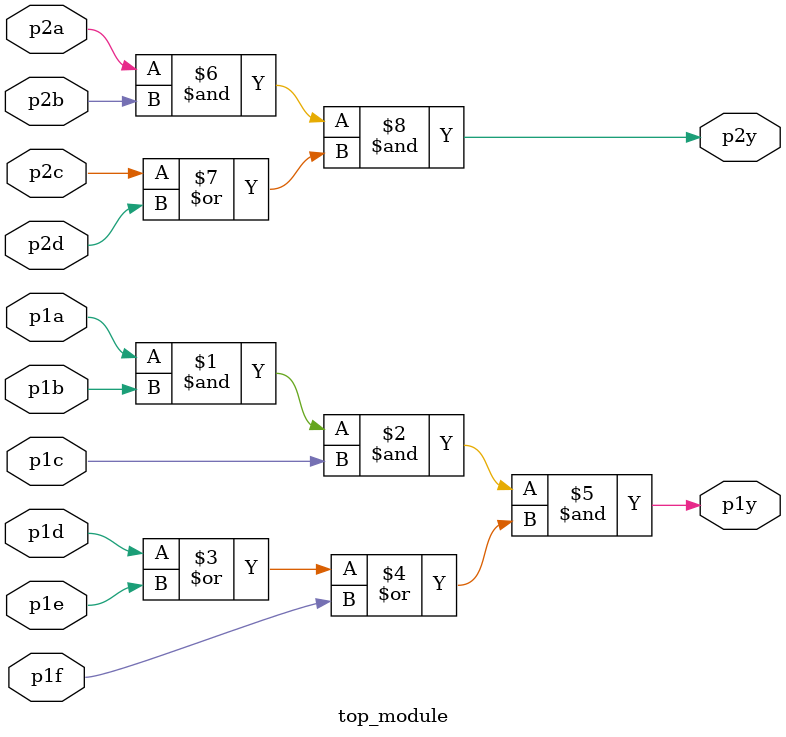
<source format=sv>
module top_module(
	input p1a, 
	input p1b, 
	input p1c, 
	input p1d,
	input p1e,
	input p1f,
	output p1y, 
	input p2a, 
	input p2b, 
	input p2c, 
	input p2d, 
	output p2y
);

	assign p1y = (p1a & p1b & p1c) & (p1d | p1e | p1f);
	assign p2y = (p2a & p2b) & (p2c | p2d);

endmodule

</source>
